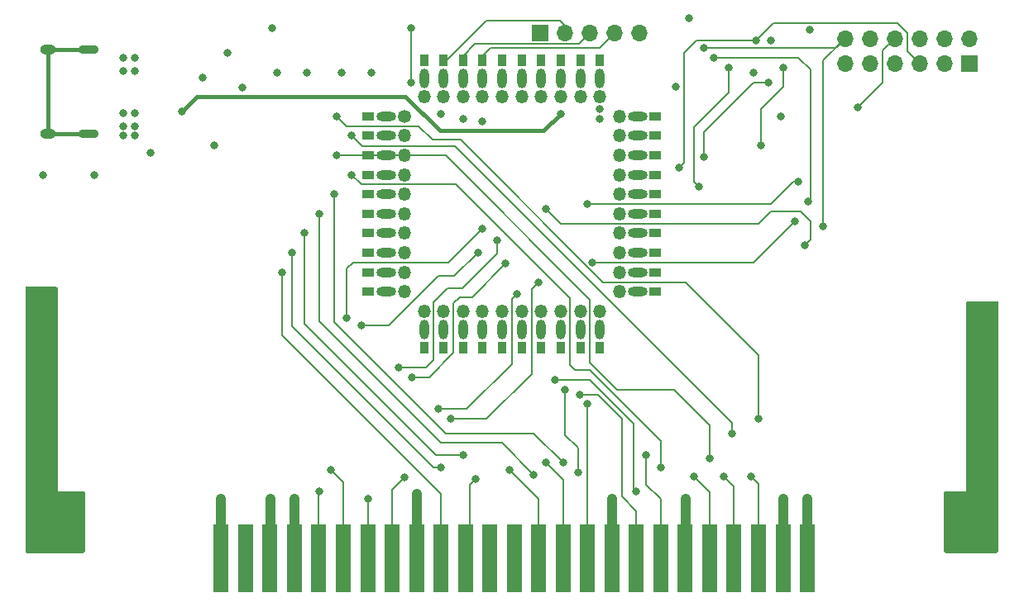
<source format=gbl>
G04 #@! TF.GenerationSoftware,KiCad,Pcbnew,(6.0.5)*
G04 #@! TF.CreationDate,2022-06-22T00:44:10+02:00*
G04 #@! TF.ProjectId,picocart64_v1,7069636f-6361-4727-9436-345f76312e6b,rev?*
G04 #@! TF.SameCoordinates,Original*
G04 #@! TF.FileFunction,Copper,L4,Bot*
G04 #@! TF.FilePolarity,Positive*
%FSLAX46Y46*%
G04 Gerber Fmt 4.6, Leading zero omitted, Abs format (unit mm)*
G04 Created by KiCad (PCBNEW (6.0.5)) date 2022-06-22 00:44:10*
%MOMM*%
%LPD*%
G01*
G04 APERTURE LIST*
G04 #@! TA.AperFunction,ComponentPad*
%ADD10C,1.350000*%
G04 #@! TD*
G04 #@! TA.AperFunction,ComponentPad*
%ADD11R,1.300000X0.900000*%
G04 #@! TD*
G04 #@! TA.AperFunction,ComponentPad*
%ADD12O,2.000000X0.950000*%
G04 #@! TD*
G04 #@! TA.AperFunction,ComponentPad*
%ADD13O,1.350000X1.350000*%
G04 #@! TD*
G04 #@! TA.AperFunction,ComponentPad*
%ADD14R,0.900000X1.300000*%
G04 #@! TD*
G04 #@! TA.AperFunction,ComponentPad*
%ADD15O,0.950000X2.000000*%
G04 #@! TD*
G04 #@! TA.AperFunction,ComponentPad*
%ADD16C,2.500000*%
G04 #@! TD*
G04 #@! TA.AperFunction,ComponentPad*
%ADD17R,1.700000X1.700000*%
G04 #@! TD*
G04 #@! TA.AperFunction,ComponentPad*
%ADD18O,1.700000X1.700000*%
G04 #@! TD*
G04 #@! TA.AperFunction,ComponentPad*
%ADD19O,2.100000X0.900000*%
G04 #@! TD*
G04 #@! TA.AperFunction,ComponentPad*
%ADD20O,1.600000X1.000000*%
G04 #@! TD*
G04 #@! TA.AperFunction,SMDPad,CuDef*
%ADD21R,1.500000X7.000000*%
G04 #@! TD*
G04 #@! TA.AperFunction,ViaPad*
%ADD22C,0.800000*%
G04 #@! TD*
G04 #@! TA.AperFunction,Conductor*
%ADD23C,0.203200*%
G04 #@! TD*
G04 #@! TA.AperFunction,Conductor*
%ADD24C,1.000000*%
G04 #@! TD*
G04 #@! TA.AperFunction,Conductor*
%ADD25C,1.016000*%
G04 #@! TD*
G04 #@! TA.AperFunction,Conductor*
%ADD26C,0.406400*%
G04 #@! TD*
G04 #@! TA.AperFunction,Conductor*
%ADD27C,0.400000*%
G04 #@! TD*
G04 APERTURE END LIST*
D10*
X139000000Y-71000000D03*
D11*
X135300000Y-71000000D03*
D12*
X137150000Y-71000000D03*
D13*
X139000000Y-73000000D03*
D12*
X137150000Y-73000000D03*
D11*
X135300000Y-73000000D03*
D12*
X137150000Y-75000000D03*
D13*
X139000000Y-75000000D03*
D11*
X135300000Y-75000000D03*
D13*
X139000000Y-77000000D03*
D12*
X137150000Y-77000000D03*
D11*
X135300000Y-77000000D03*
X135300000Y-79000000D03*
D12*
X137150000Y-79000000D03*
D13*
X139000000Y-79000000D03*
X139000000Y-81000000D03*
D11*
X135300000Y-81000000D03*
D12*
X137150000Y-81000000D03*
X137150000Y-83000000D03*
D13*
X139000000Y-83000000D03*
D11*
X135300000Y-83000000D03*
D13*
X139000000Y-85000000D03*
D12*
X137150000Y-85000000D03*
D11*
X135300000Y-85000000D03*
D12*
X137150000Y-87000000D03*
D11*
X135300000Y-87000000D03*
D13*
X139000000Y-87000000D03*
X139000000Y-89000000D03*
D12*
X137150000Y-89000000D03*
D11*
X135300000Y-89000000D03*
D14*
X141000000Y-94700000D03*
D13*
X141000000Y-91000000D03*
D15*
X141000000Y-92850000D03*
D13*
X143000000Y-91000000D03*
D15*
X143000000Y-92850000D03*
D14*
X143000000Y-94700000D03*
D13*
X145000000Y-91000000D03*
D14*
X145000000Y-94700000D03*
D15*
X145000000Y-92850000D03*
D14*
X147000000Y-94700000D03*
D13*
X147000000Y-91000000D03*
D15*
X147000000Y-92850000D03*
D14*
X149000000Y-94700000D03*
D13*
X149000000Y-91000000D03*
D15*
X149000000Y-92850000D03*
D13*
X151000000Y-91000000D03*
D14*
X151000000Y-94700000D03*
D15*
X151000000Y-92850000D03*
D13*
X153000000Y-91000000D03*
D14*
X153000000Y-94700000D03*
D15*
X153000000Y-92850000D03*
D14*
X155000000Y-94700000D03*
D15*
X155000000Y-92850000D03*
D13*
X155000000Y-91000000D03*
D15*
X157000000Y-92850000D03*
D14*
X157000000Y-94700000D03*
D13*
X157000000Y-91000000D03*
D14*
X159000000Y-94700000D03*
D13*
X159000000Y-91000000D03*
D15*
X159000000Y-92850000D03*
D13*
X161000000Y-89000000D03*
D11*
X164700000Y-89000000D03*
D12*
X162850000Y-89000000D03*
D13*
X161000000Y-87000000D03*
D11*
X164700000Y-87000000D03*
D12*
X162850000Y-87000000D03*
D13*
X161000000Y-85000000D03*
D11*
X164700000Y-85000000D03*
D12*
X162850000Y-85000000D03*
D13*
X161000000Y-83000000D03*
D11*
X164700000Y-83000000D03*
D12*
X162850000Y-83000000D03*
D11*
X164700000Y-81000000D03*
D13*
X161000000Y-81000000D03*
D12*
X162850000Y-81000000D03*
D11*
X164700000Y-79000000D03*
D12*
X162850000Y-79000000D03*
D13*
X161000000Y-79000000D03*
X161000000Y-77000000D03*
D11*
X164700000Y-77000000D03*
D12*
X162850000Y-77000000D03*
D13*
X161000000Y-75000000D03*
D11*
X164700000Y-75000000D03*
D12*
X162850000Y-75000000D03*
D13*
X161000000Y-73000000D03*
D11*
X164700000Y-73000000D03*
D12*
X162850000Y-73000000D03*
D11*
X164700000Y-71000000D03*
D12*
X162850000Y-71000000D03*
D13*
X161000000Y-71000000D03*
D14*
X159000000Y-65300000D03*
D13*
X159000000Y-69000000D03*
D15*
X159000000Y-67150000D03*
X157000000Y-67150000D03*
D14*
X157000000Y-65300000D03*
D13*
X157000000Y-69000000D03*
X155000000Y-69000000D03*
D14*
X155000000Y-65300000D03*
D15*
X155000000Y-67150000D03*
D13*
X153000000Y-69000000D03*
D15*
X153000000Y-67150000D03*
D14*
X153000000Y-65300000D03*
X151000000Y-65300000D03*
D13*
X151000000Y-69000000D03*
D15*
X151000000Y-67150000D03*
X149000000Y-67150000D03*
D13*
X149000000Y-69000000D03*
D14*
X149000000Y-65300000D03*
D13*
X147000000Y-69000000D03*
D15*
X147000000Y-67150000D03*
D14*
X147000000Y-65300000D03*
X145000000Y-65300000D03*
D15*
X145000000Y-67150000D03*
D13*
X145000000Y-69000000D03*
D14*
X143000000Y-65300000D03*
D13*
X143000000Y-69000000D03*
D15*
X143000000Y-67150000D03*
D14*
X141000000Y-65300000D03*
D15*
X141000000Y-67150000D03*
D13*
X141000000Y-69000000D03*
D16*
X102850000Y-112600000D03*
X197650000Y-112600000D03*
D17*
X152913000Y-62484000D03*
D18*
X155453000Y-62484000D03*
X157993000Y-62484000D03*
X160533000Y-62484000D03*
X163073000Y-62484000D03*
D19*
X106704000Y-64195000D03*
D20*
X102524000Y-64195000D03*
D19*
X106704000Y-72835000D03*
D20*
X102524000Y-72835000D03*
D17*
X196825000Y-65569000D03*
D18*
X196825000Y-63029000D03*
X194285000Y-65569000D03*
X194285000Y-63029000D03*
X191745000Y-65569000D03*
X191745000Y-63029000D03*
X189205000Y-65569000D03*
X189205000Y-63029000D03*
X186665000Y-65569000D03*
X186665000Y-63029000D03*
X184125000Y-65569000D03*
X184125000Y-63029000D03*
D21*
X180241000Y-116332000D03*
X177741000Y-116332000D03*
X175241000Y-116332000D03*
X172741000Y-116332000D03*
X170241000Y-116332000D03*
X167741000Y-116332000D03*
X165241000Y-116332000D03*
X162741000Y-116332000D03*
X160241000Y-116332000D03*
X157741000Y-116332000D03*
X155241000Y-116332000D03*
X152741000Y-116332000D03*
X150241000Y-116332000D03*
X147741000Y-116332000D03*
X145241000Y-116332000D03*
X142741000Y-116332000D03*
X140241000Y-116332000D03*
X137741000Y-116332000D03*
X135241000Y-116332000D03*
X132741000Y-116332000D03*
X130241000Y-116332000D03*
X127741000Y-116332000D03*
X125241000Y-116332000D03*
X122741000Y-116332000D03*
X120241000Y-116332000D03*
D22*
X110200000Y-73001800D03*
X110200000Y-72001800D03*
X111400000Y-72001800D03*
X111400000Y-73001800D03*
X102108000Y-105156000D03*
X180250000Y-111350000D03*
X180250000Y-110400000D03*
X177750000Y-111350000D03*
X177750000Y-110400000D03*
X167750000Y-110400000D03*
X167750000Y-111350000D03*
X127750000Y-111350000D03*
X127750000Y-110400000D03*
X125250000Y-110400000D03*
X125250000Y-111350000D03*
X120250000Y-111350000D03*
X120250000Y-110400000D03*
X198000000Y-108000000D03*
X159000000Y-70250000D03*
X122428000Y-68072000D03*
X110179000Y-65001800D03*
X159000000Y-71250000D03*
X107250000Y-77000000D03*
X111379000Y-65001800D03*
X129032000Y-66548000D03*
X168148000Y-60960000D03*
X120904000Y-64516000D03*
X132588000Y-66548000D03*
X198000000Y-109000000D03*
X180500000Y-62172300D03*
X177500000Y-71000000D03*
X166750000Y-68000000D03*
X118364000Y-67056000D03*
X125984000Y-66548000D03*
X125476000Y-61976000D03*
X102000000Y-77000000D03*
X176500000Y-63250000D03*
X102108000Y-106680000D03*
X135636000Y-66548000D03*
X113000000Y-74750000D03*
X174752000Y-66548000D03*
X148500000Y-83750000D03*
X157734000Y-80010000D03*
X138430000Y-96774000D03*
X179324000Y-77724000D03*
X142500000Y-101000000D03*
X150500000Y-89250000D03*
X160241000Y-110259000D03*
X119500000Y-74000000D03*
X140241000Y-110259000D03*
X140241000Y-111259000D03*
X160241000Y-111252000D03*
X139750000Y-97750000D03*
X179000000Y-81750000D03*
X135250000Y-110250000D03*
X158250000Y-86000000D03*
X149352000Y-86106000D03*
X143750000Y-102000000D03*
X152750000Y-88000000D03*
X139000000Y-108000000D03*
X116250000Y-70500000D03*
X155000000Y-70750000D03*
X132080000Y-71000000D03*
X175250000Y-102000000D03*
X172500000Y-103500000D03*
X133604000Y-73000000D03*
X170250000Y-106045000D03*
X132080000Y-75000000D03*
X165250000Y-107000000D03*
X133604000Y-77000000D03*
X155250000Y-106500000D03*
X131826000Y-78994000D03*
X152250000Y-107750000D03*
X130302000Y-81000000D03*
X128778000Y-83000000D03*
X145000000Y-105750000D03*
X127508000Y-85000000D03*
X142750000Y-107000000D03*
X126500000Y-87000000D03*
X146250000Y-108204000D03*
X149750000Y-107250000D03*
X153500000Y-106500000D03*
X163750000Y-105750000D03*
X168656000Y-107950000D03*
X171704000Y-107950000D03*
X174498000Y-107950000D03*
X162750000Y-109500000D03*
X154432000Y-98044000D03*
X156750000Y-107500000D03*
X155448000Y-99060000D03*
X156972000Y-99568000D03*
X157750000Y-100500000D03*
X146500000Y-85000000D03*
X134620000Y-92456000D03*
X131500000Y-107250000D03*
X147000000Y-71500000D03*
X145000000Y-71250000D03*
X142750000Y-70750000D03*
X139700000Y-67564000D03*
X139700000Y-61976000D03*
X133096000Y-91694000D03*
X147000000Y-82500000D03*
X130250000Y-109500000D03*
X153500000Y-80500000D03*
X180000000Y-84250000D03*
X110200000Y-66401800D03*
X111400000Y-70701800D03*
X110200000Y-70701800D03*
X111400000Y-66401800D03*
X167132000Y-76250000D03*
X175006000Y-63250000D03*
X177800000Y-66040000D03*
X175500000Y-74000000D03*
X185420000Y-70104000D03*
X176276000Y-67564000D03*
X169672000Y-75184000D03*
X170688000Y-65024000D03*
X180340000Y-79756000D03*
X172212000Y-66040000D03*
X169164000Y-78232000D03*
X181864000Y-82296000D03*
X169672000Y-64008000D03*
D23*
X147386000Y-61214000D02*
X154940000Y-61214000D01*
X143000000Y-65600000D02*
X147386000Y-61214000D01*
X154940000Y-61214000D02*
X155453000Y-61727000D01*
X155453000Y-61727000D02*
X155453000Y-62484000D01*
X145000000Y-65600000D02*
X145000000Y-64804000D01*
X145000000Y-64804000D02*
X146216489Y-63587511D01*
X156889489Y-63587511D02*
X157993000Y-62484000D01*
X146216489Y-63587511D02*
X156889489Y-63587511D01*
X147000000Y-65600000D02*
X147000000Y-64836000D01*
X147000000Y-64836000D02*
X147828000Y-64008000D01*
X147828000Y-64008000D02*
X159009000Y-64008000D01*
X159009000Y-64008000D02*
X160533000Y-62484000D01*
X167132000Y-76250000D02*
X167640000Y-75742000D01*
X167640000Y-75742000D02*
X167640000Y-64516000D01*
X167640000Y-64516000D02*
X168906000Y-63250000D01*
X168906000Y-63250000D02*
X175006000Y-63250000D01*
X134620000Y-92456000D02*
X137414000Y-92456000D01*
X137414000Y-92456000D02*
X142494000Y-87376000D01*
X142494000Y-87376000D02*
X144124000Y-87376000D01*
X144124000Y-87376000D02*
X146500000Y-85000000D01*
X133096000Y-91694000D02*
X133096000Y-86614000D01*
X143521000Y-85979000D02*
X147000000Y-82500000D01*
X133096000Y-86614000D02*
X133731000Y-85979000D01*
X133731000Y-85979000D02*
X143521000Y-85979000D01*
X131826000Y-78994000D02*
X131826000Y-92076000D01*
X131826000Y-92076000D02*
X143250000Y-103500000D01*
X143250000Y-103500000D02*
X152250000Y-103500000D01*
X152250000Y-103500000D02*
X155250000Y-106500000D01*
X130302000Y-81000000D02*
X130302000Y-92052000D01*
X130302000Y-92052000D02*
X142750000Y-104500000D01*
X142750000Y-104500000D02*
X149000000Y-104500000D01*
X149000000Y-104500000D02*
X152250000Y-107750000D01*
X128778000Y-83000000D02*
X128778000Y-92278000D01*
X128778000Y-92278000D02*
X142250000Y-105750000D01*
X142250000Y-105750000D02*
X145000000Y-105750000D01*
X127508000Y-85000000D02*
X127508000Y-92508000D01*
X127508000Y-92508000D02*
X142000000Y-107000000D01*
X142000000Y-107000000D02*
X142750000Y-107000000D01*
X138430000Y-96774000D02*
X141224000Y-96774000D01*
X141224000Y-96774000D02*
X141986000Y-96012000D01*
X141986000Y-96012000D02*
X141986000Y-90043000D01*
X141986000Y-90043000D02*
X143383000Y-88646000D01*
X143383000Y-88646000D02*
X144907000Y-88646000D01*
X144907000Y-88646000D02*
X148500000Y-85053000D01*
X148500000Y-85053000D02*
X148500000Y-83750000D01*
X132080000Y-75000000D02*
X143199000Y-75000000D01*
X143199000Y-75000000D02*
X157988000Y-89789000D01*
X157988000Y-89789000D02*
X157988000Y-96266000D01*
X157988000Y-96266000D02*
X160782000Y-99060000D01*
X160782000Y-99060000D02*
X166624000Y-99060000D01*
X166624000Y-99060000D02*
X170250000Y-102686000D01*
X170250000Y-102686000D02*
X170250000Y-106045000D01*
X133604000Y-77000000D02*
X134582000Y-77978000D01*
X134582000Y-77978000D02*
X144272000Y-77978000D01*
X144272000Y-77978000D02*
X155956000Y-89662000D01*
X155956000Y-89662000D02*
X155956000Y-96520000D01*
X155956000Y-96520000D02*
X156464000Y-97028000D01*
X156464000Y-97028000D02*
X157988000Y-97028000D01*
X157988000Y-97028000D02*
X165250000Y-104290000D01*
X165250000Y-104290000D02*
X165250000Y-107000000D01*
X154432000Y-98044000D02*
X157988000Y-98044000D01*
X157988000Y-98044000D02*
X162500000Y-102556000D01*
X162500000Y-102556000D02*
X162500000Y-109250000D01*
X162500000Y-109250000D02*
X162750000Y-109500000D01*
X155448000Y-99060000D02*
X155448000Y-103698000D01*
X155448000Y-103698000D02*
X156750000Y-105000000D01*
X156750000Y-105000000D02*
X156750000Y-107500000D01*
X161250000Y-102000000D02*
X161250000Y-110000000D01*
X161250000Y-110000000D02*
X162741000Y-111491000D01*
X162741000Y-111491000D02*
X162741000Y-116332000D01*
X156972000Y-99568000D02*
X158818000Y-99568000D01*
X158818000Y-99568000D02*
X161250000Y-102000000D01*
X144145000Y-74041000D02*
X172500000Y-102396000D01*
X172500000Y-102396000D02*
X172500000Y-103500000D01*
X133604000Y-73000000D02*
X134645000Y-74041000D01*
X134645000Y-74041000D02*
X144145000Y-74041000D01*
X167767000Y-88011000D02*
X175250000Y-95494000D01*
X175250000Y-95494000D02*
X175250000Y-102000000D01*
X132080000Y-71000000D02*
X133089000Y-72009000D01*
X133089000Y-72009000D02*
X140462000Y-72009000D01*
X144731795Y-73406000D02*
X159336795Y-88011000D01*
X140462000Y-72009000D02*
X141859000Y-73406000D01*
X141859000Y-73406000D02*
X144731795Y-73406000D01*
X159336795Y-88011000D02*
X167767000Y-88011000D01*
X149352000Y-86106000D02*
X145923000Y-89535000D01*
X141518000Y-97750000D02*
X139750000Y-97750000D01*
X145923000Y-89535000D02*
X144653000Y-89535000D01*
X144653000Y-89535000D02*
X144018000Y-90170000D01*
X144018000Y-90170000D02*
X144018000Y-95250000D01*
X144018000Y-95250000D02*
X141518000Y-97750000D01*
X150500000Y-89250000D02*
X149987000Y-89763000D01*
X149987000Y-89763000D02*
X149987000Y-96393000D01*
X149987000Y-96393000D02*
X145380000Y-101000000D01*
X145380000Y-101000000D02*
X142500000Y-101000000D01*
X152750000Y-88000000D02*
X152019000Y-88731000D01*
X152019000Y-88731000D02*
X152019000Y-97409000D01*
X152019000Y-97409000D02*
X147428000Y-102000000D01*
X147428000Y-102000000D02*
X143750000Y-102000000D01*
X169164000Y-78232000D02*
X168656000Y-77724000D01*
X168656000Y-77724000D02*
X168656000Y-72094000D01*
X168656000Y-72094000D02*
X172212000Y-68538000D01*
X172212000Y-68538000D02*
X172212000Y-66040000D01*
X169672000Y-75184000D02*
X169672000Y-72644000D01*
X169672000Y-72644000D02*
X174752000Y-67564000D01*
X174752000Y-67564000D02*
X176276000Y-67564000D01*
D24*
X177750000Y-116000000D02*
X177750000Y-110250000D01*
X125250000Y-116000000D02*
X125250000Y-110250000D01*
X127750000Y-116000000D02*
X127750000Y-110250000D01*
X167750000Y-116000000D02*
X167750000Y-110250000D01*
X120250000Y-116000000D02*
X120250000Y-110250000D01*
X180250000Y-116000000D02*
X180250000Y-110250000D01*
D23*
X176530000Y-80010000D02*
X178816000Y-77724000D01*
X178816000Y-77724000D02*
X179324000Y-77724000D01*
X157734000Y-80010000D02*
X176530000Y-80010000D01*
D25*
X140250000Y-110250000D02*
X140241000Y-110259000D01*
X160241000Y-116332000D02*
X160241000Y-110259000D01*
X140241000Y-116332000D02*
X140241000Y-109750000D01*
D23*
X174750000Y-86000000D02*
X179000000Y-81750000D01*
X158250000Y-86000000D02*
X174750000Y-86000000D01*
X135241000Y-110259000D02*
X135250000Y-110250000D01*
X135241000Y-116332000D02*
X135241000Y-110259000D01*
X137741000Y-109259000D02*
X137741000Y-116332000D01*
X139000000Y-108000000D02*
X137741000Y-109259000D01*
D26*
X153250000Y-72500000D02*
X155000000Y-70750000D01*
X139104000Y-69000000D02*
X142604000Y-72500000D01*
X116250000Y-70500000D02*
X117750000Y-69000000D01*
X142604000Y-72500000D02*
X153250000Y-72500000D01*
X117750000Y-69000000D02*
X139104000Y-69000000D01*
D27*
X102524000Y-72835000D02*
X106704000Y-72835000D01*
X102524000Y-64195000D02*
X102524000Y-72835000D01*
X102524000Y-64195000D02*
X106704000Y-64195000D01*
D23*
X142741000Y-109741000D02*
X142741000Y-116332000D01*
X126500000Y-87000000D02*
X126500000Y-93500000D01*
X126500000Y-93500000D02*
X142741000Y-109741000D01*
X145704311Y-108749689D02*
X145704311Y-115868689D01*
X146250000Y-108204000D02*
X145704311Y-108749689D01*
X145704311Y-115868689D02*
X145241000Y-116332000D01*
X149750000Y-107250000D02*
X152741000Y-110241000D01*
X152741000Y-110241000D02*
X152741000Y-116332000D01*
X153500000Y-106500000D02*
X155241000Y-108241000D01*
X155241000Y-108241000D02*
X155241000Y-116332000D01*
X163750000Y-108750000D02*
X165241000Y-110241000D01*
X163750000Y-105750000D02*
X163750000Y-108750000D01*
X165241000Y-110241000D02*
X165241000Y-116332000D01*
X170241000Y-109535000D02*
X170241000Y-116332000D01*
X168656000Y-107950000D02*
X170241000Y-109535000D01*
X171704000Y-107950000D02*
X172741000Y-108987000D01*
X172741000Y-108987000D02*
X172741000Y-116332000D01*
X175241000Y-108693000D02*
X175241000Y-116332000D01*
X174498000Y-107950000D02*
X175241000Y-108693000D01*
X157750000Y-100500000D02*
X157741000Y-100509000D01*
X157741000Y-100509000D02*
X157741000Y-116332000D01*
X131500000Y-107250000D02*
X132741000Y-108491000D01*
X132741000Y-108491000D02*
X132741000Y-116332000D01*
X139700000Y-61976000D02*
X139700000Y-67564000D01*
X180594000Y-83656000D02*
X180594000Y-81788000D01*
X130241000Y-116332000D02*
X130241000Y-109509000D01*
X175260000Y-82042000D02*
X155042000Y-82042000D01*
X155042000Y-82042000D02*
X153500000Y-80500000D01*
X180594000Y-81788000D02*
X179578000Y-80772000D01*
X176530000Y-80772000D02*
X175260000Y-82042000D01*
X180000000Y-84250000D02*
X180594000Y-83656000D01*
X130241000Y-109509000D02*
X130250000Y-109500000D01*
X179578000Y-80772000D02*
X176530000Y-80772000D01*
X189484000Y-61468000D02*
X190500000Y-62484000D01*
X190500000Y-62484000D02*
X190500000Y-64324000D01*
X175006000Y-63250000D02*
X176788000Y-61468000D01*
X176788000Y-61468000D02*
X189484000Y-61468000D01*
X190500000Y-64324000D02*
X191745000Y-65569000D01*
X177800000Y-67995000D02*
X177800000Y-66040000D01*
X175500000Y-74000000D02*
X175500000Y-70295000D01*
X175500000Y-70295000D02*
X177800000Y-67995000D01*
X185420000Y-70104000D02*
X187960000Y-67564000D01*
X187960000Y-67564000D02*
X187960000Y-64274000D01*
X187960000Y-64274000D02*
X189205000Y-63029000D01*
X180536311Y-66236311D02*
X180536311Y-79559689D01*
X179324000Y-65024000D02*
X180536311Y-66236311D01*
X170688000Y-65024000D02*
X179324000Y-65024000D01*
X180536311Y-79559689D02*
X180340000Y-79756000D01*
X184125000Y-63029000D02*
X181864000Y-65290000D01*
X184125000Y-63029000D02*
X183146000Y-64008000D01*
X183146000Y-64008000D02*
X169672000Y-64008000D01*
X181864000Y-65290000D02*
X181864000Y-82296000D01*
G04 #@! TA.AperFunction,Conductor*
G36*
X199758691Y-90018907D02*
G01*
X199794655Y-90068407D01*
X199799500Y-90099000D01*
X199799500Y-115465983D01*
X199796982Y-115488169D01*
X199794344Y-115499641D01*
X199796739Y-115510227D01*
X199795587Y-115524697D01*
X199787294Y-115577063D01*
X199777725Y-115606518D01*
X199749419Y-115662071D01*
X199731215Y-115687128D01*
X199687128Y-115731215D01*
X199662068Y-115749421D01*
X199606521Y-115777723D01*
X199577065Y-115787294D01*
X199524499Y-115795619D01*
X199510609Y-115796701D01*
X199500359Y-115794344D01*
X199489487Y-115796804D01*
X199489207Y-115796867D01*
X199488359Y-115797059D01*
X199466512Y-115799500D01*
X194534017Y-115799500D01*
X194511831Y-115796982D01*
X194511224Y-115796842D01*
X194511222Y-115796842D01*
X194500359Y-115794344D01*
X194489773Y-115796739D01*
X194475303Y-115795587D01*
X194422937Y-115787294D01*
X194393482Y-115777725D01*
X194337929Y-115749419D01*
X194312872Y-115731215D01*
X194268785Y-115687128D01*
X194250581Y-115662071D01*
X194222275Y-115606518D01*
X194212706Y-115577065D01*
X194205281Y-115530185D01*
X194204738Y-115504672D01*
X194205655Y-115500718D01*
X194205656Y-115500000D01*
X194203096Y-115488776D01*
X194202980Y-115488266D01*
X194200500Y-115466248D01*
X194200500Y-109599000D01*
X194219407Y-109540809D01*
X194268907Y-109504845D01*
X194299500Y-109500000D01*
X196500000Y-109500000D01*
X196500000Y-90099000D01*
X196518907Y-90040809D01*
X196568407Y-90004845D01*
X196599000Y-90000000D01*
X199700500Y-90000000D01*
X199758691Y-90018907D01*
G37*
G04 #@! TD.AperFunction*
G04 #@! TA.AperFunction,Conductor*
G36*
X103459191Y-88518907D02*
G01*
X103495155Y-88568407D01*
X103500000Y-88599000D01*
X103500000Y-109500000D01*
X106200500Y-109500000D01*
X106258691Y-109518907D01*
X106294655Y-109568407D01*
X106299500Y-109599000D01*
X106299500Y-115465983D01*
X106296982Y-115488169D01*
X106294344Y-115499641D01*
X106296739Y-115510227D01*
X106295587Y-115524697D01*
X106287294Y-115577063D01*
X106277725Y-115606518D01*
X106249419Y-115662071D01*
X106231215Y-115687128D01*
X106187128Y-115731215D01*
X106162068Y-115749421D01*
X106106521Y-115777723D01*
X106077065Y-115787294D01*
X106024499Y-115795619D01*
X106010609Y-115796701D01*
X106000359Y-115794344D01*
X105989487Y-115796804D01*
X105989207Y-115796867D01*
X105988359Y-115797059D01*
X105966512Y-115799500D01*
X100534017Y-115799500D01*
X100511831Y-115796982D01*
X100511224Y-115796842D01*
X100511222Y-115796842D01*
X100500359Y-115794344D01*
X100489773Y-115796739D01*
X100475303Y-115795587D01*
X100422937Y-115787294D01*
X100393482Y-115777725D01*
X100337929Y-115749419D01*
X100312872Y-115731215D01*
X100268785Y-115687128D01*
X100250581Y-115662071D01*
X100222275Y-115606518D01*
X100212706Y-115577065D01*
X100205281Y-115530185D01*
X100204738Y-115504672D01*
X100205655Y-115500718D01*
X100205656Y-115500000D01*
X100203096Y-115488776D01*
X100202980Y-115488266D01*
X100200500Y-115466248D01*
X100200500Y-88599000D01*
X100219407Y-88540809D01*
X100268907Y-88504845D01*
X100299500Y-88500000D01*
X103401000Y-88500000D01*
X103459191Y-88518907D01*
G37*
G04 #@! TD.AperFunction*
M02*

</source>
